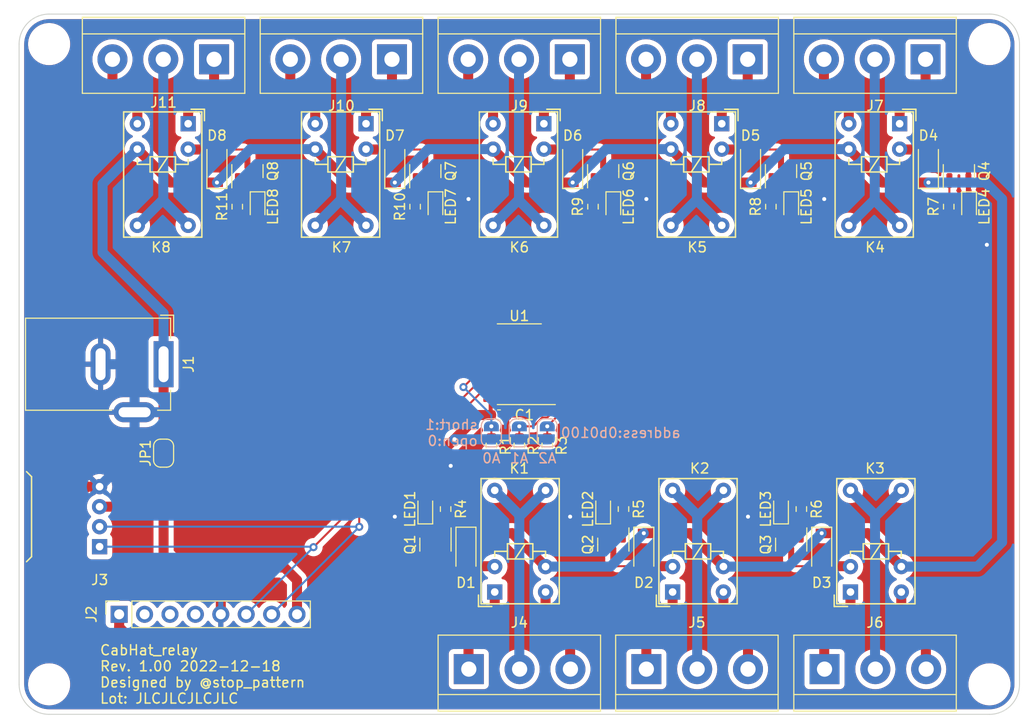
<source format=kicad_pcb>
(kicad_pcb (version 20211014) (generator pcbnew)
  (title_block (title "CabHat_relay") (date "2022-12-18") (rev "1.00") (company "@stop_pattern"))
  (layers (0 "F.Cu" signal) (31 "B.Cu" signal) (34 "B.Paste" user) (35 "F.Paste" user) (36 "B.SilkS" user "B.Silkscreen") (37 "F.SilkS" user "F.Silkscreen") (38 "B.Mask" user) (39 "F.Mask" user) (44 "Edge.Cuts" user))
  (net 0 "")
  (net 1 "+VSW")
  (net 2 "GND")
  (net 3 "+3V3")
  (net 7 "/SCL")
  (net 8 "/SDA")
  (net 9 "+5V")
  (net 10 "/relay00/N.C.")
  (net 11 "/relay00/COM")
  (net 12 "/relay00/N.O.")
  (net 13 "/relay01/N.C.")
  (net 14 "/relay01/COM")
  (net 15 "/relay01/N.O.")
  (net 16 "/relay02/N.C.")
  (net 17 "/relay02/COM")
  (net 18 "/relay02/N.O.")
  (net 19 "/relay03/N.C.")
  (net 20 "/relay03/COM")
  (net 21 "/relay03/N.O.")
  (net 22 "/relay04/N.C.")
  (net 23 "/relay04/COM")
  (net 24 "/relay04/N.O.")
  (net 25 "/relay05/N.C.")
  (net 26 "/relay05/COM")
  (net 27 "/relay05/N.O.")
  (net 28 "/relay06/N.C.")
  (net 29 "/relay06/COM")
  (net 30 "/relay06/N.O.")
  (net 31 "/relay07/N.C.")
  (net 32 "/relay07/COM")
  (net 33 "/relay07/N.O.")
  (net 34 "/A0")
  (net 35 "/A1")
  (net 36 "/A2")
  (net 37 "Net-(D1-Pad2)")
  (net 38 "Net-(D2-Pad2)")
  (net 39 "Net-(D3-Pad2)")
  (net 40 "Net-(D4-Pad2)")
  (net 41 "Net-(D5-Pad2)")
  (net 42 "Net-(D6-Pad2)")
  (net 43 "Net-(D7-Pad2)")
  (net 44 "Net-(D8-Pad2)")
  (net 45 "Net-(LED1-Pad2)")
  (net 46 "Net-(LED2-Pad2)")
  (net 47 "Net-(LED3-Pad2)")
  (net 48 "Net-(LED4-Pad2)")
  (net 49 "Net-(LED5-Pad2)")
  (net 50 "Net-(LED6-Pad2)")
  (net 51 "Net-(LED7-Pad2)")
  (net 52 "Net-(LED8-Pad2)")
  (net 53 "ex.IO0_0")
  (net 54 "ex.IO0_1")
  (net 55 "ex.IO0_2")
  (net 56 "ex.IO0_3")
  (net 57 "ex.IO0_4")
  (net 58 "ex.IO0_5")
  (net 59 "ex.IO0_6")
  (net 60 "ex.IO0_7")
  (net 61 "ex.IO1_1")
  (net 62 "ex.IO1_2")
  (net 63 "ex.IO1_3")
  (net 64 "ex.IO1_0")
  (net 66 "ex.IO1_4")
  (net 67 "ex.IO1_5")
  (net 68 "ex.IO1_6")
  (net 69 "ex.IO1_7")
  (footprint "Library:Relay_SPDT_HsinDa_Y14" (layer "F.Cu") (at 116.8972 60.9589 -90)
    (fp_text reference "K8")
    (fp_text value "Y14x-1C-xxDS")
  )
  (footprint "Library:R_0603_1608Metric" (layer "F.Cu") (at 175.146 69.252 -90)
    (fp_text reference "R8")
    (fp_text value "10k")
  )
  (footprint "Library:Relay_SPDT_HsinDa_Y14" (layer "F.Cu") (at 147.5428 107.7711 90)
    (fp_text reference "K1")
    (fp_text value "Y14x-1C-xxDS")
  )
  (footprint "Library:SOT-23" (layer "F.Cu") (at 140.602 65.696 90)
    (fp_text reference "Q7")
    (fp_text value "Q_NMOS_GSD")
  )
  (footprint "Library:TerminalBlock_akizuki_TB111_P5.08mm" (layer "F.Cu") (at 185.56 54.52 180)
    (fp_text reference "J7")
    (fp_text value "Screw_Terminal_01x03")
  )
  (footprint "MountingHole:MountingHole_3.2mm_M3" (layer "F.Cu") (at 103 117)
    (fp_text reference "REF0" hide)
    (fp_text value "MountingHole_3.2mm_M3" hide)
  )
  (footprint "Library:Grove_1x04_P2mm_Horizontal_silk_inside" (layer "F.Cu") (at 108.042 100.24 180)
    (fp_text reference "J3")
    (fp_text value "Conn_01x04")
  )
  (footprint "Library:Relay_SPDT_HsinDa_Y14" (layer "F.Cu") (at 170.2372 60.9589 -90)
    (fp_text reference "K5")
    (fp_text value "Y14x-1C-xxDS")
  )
  (footprint "Library:Relay_SPDT_HsinDa_Y14" (layer "F.Cu") (at 134.6772 60.9589 -90)
    (fp_text reference "K7")
    (fp_text value "Y14x-1C-xxDS")
  )
  (footprint "Library:TerminalBlock_akizuki_TB111_P5.08mm" (layer "F.Cu") (at 185.56 115.48)
    (fp_text reference "J6")
    (fp_text value "Screw_Terminal_01x03")
  )
  (footprint "Library:SOT-23" (layer "F.Cu") (at 193.942 65.696 90)
    (fp_text reference "Q4")
    (fp_text value "Q_NMOS_GSD")
  )
  (footprint "Library:PinSocket_1x08_P2.54mm_Vertical" (layer "F.Cu") (at 110 110 90)
    (fp_text reference "J2")
    (fp_text value "Conn_01x08")
  )
  (footprint "Library:Relay_SPDT_HsinDa_Y14" (layer "F.Cu") (at 183.1028 107.7711 90)
    (fp_text reference "K3")
    (fp_text value "Y14x-1C-xxDS")
  )
  (footprint "Library:D_SOD-123" (layer "F.Cu") (at 173.114 65.188 90)
    (fp_text reference "D5")
    (fp_text value "D")
  )
  (footprint "Library:SolderJumper-2_P1.3mm_Open_RoundedPad1.0x1.5mm" (layer "F.Cu") (at 114.44 93.89 90)
    (fp_text reference "JP1")
    (fp_text value "SolderJumper_2_Open")
  )
  (footprint "Library:LED_0603_1608Metric" (layer "F.Cu") (at 141.618 69.252 -90)
    (fp_text reference "LED7")
    (fp_text value "LED")
  )
  (footprint "MountingHole:MountingHole_3.2mm_M3" (layer "F.Cu") (at 197 53)
    (fp_text reference "REF2" hide)
    (fp_text value "MountingHole_3.2mm_M3" hide)
  )
  (footprint "Library:D_SOD-123" (layer "F.Cu") (at 155.334 65.188 90)
    (fp_text reference "D6")
    (fp_text value "D")
  )
  (footprint "Library:TerminalBlock_akizuki_TB111_P5.08mm" (layer "F.Cu") (at 114.44 54.52 180)
    (fp_text reference "J11")
    (fp_text value "Screw_Terminal_01x03")
  )
  (footprint "Library:SOT-23" (layer "F.Cu") (at 122.822 65.696 90)
    (fp_text reference "Q8")
    (fp_text value "Q_NMOS_GSD")
  )
  (footprint "MountingHole:MountingHole_3.2mm_M3" (layer "F.Cu") (at 197 117)
    (fp_text reference "REF3" hide)
    (fp_text value "MountingHole_3.2mm_M3" hide)
  )
  (footprint "Library:SOT-23" (layer "F.Cu") (at 158.382 65.696 90)
    (fp_text reference "Q6")
    (fp_text value "Q_NMOS_GSD")
  )
  (footprint "MountingHole:MountingHole_3.2mm_M3" (layer "F.Cu") (at 103 53)
    (fp_text reference "REF1" hide)
    (fp_text value "MountingHole_3.2mm_M3" hide)
  )
  (footprint "Library:D_SOD-123" (layer "F.Cu") (at 162.446 103.542 -90)
    (fp_text reference "D2")
    (fp_text value "D")
  )
  (footprint "Library:R_0603_1608Metric" (layer "F.Cu") (at 160.414 99.478 90)
    (fp_text reference "R5")
    (fp_text value "10k")
  )
  (footprint "Library:R_0603_1608Metric" (layer "F.Cu") (at 178.194 99.478 90)
    (fp_text reference "R6")
    (fp_text value "10k")
  )
  (footprint "Library:D_SOD-123" (layer "F.Cu") (at 190.894 65.188 90)
    (fp_text reference "D4")
    (fp_text value "D")
  )
  (footprint "Library:LED_0603_1608Metric" (layer "F.Cu") (at 140.602 99.478 90)
    (fp_text reference "LED1")
    (fp_text value "LED")
  )
  (footprint "Library:D_SOD-123" (layer "F.Cu") (at 137.554 65.188 90)
    (fp_text reference "D7")
    (fp_text value "D")
  )
  (footprint "Library:R_0603_1608Metric" (layer "F.Cu") (at 142.634 99.478 90)
    (fp_text reference "R4")
    (fp_text value "10k")
  )
  (footprint "Library:BarrelJack_GCT_DCJ200-10-A_Horizontal" (layer "F.Cu") (at 114.44 85 -90)
    (fp_text reference "J1")
    (fp_text value "Barrel_Jack_Switch")
  )
  (footprint "Library:D_SOD-123" (layer "F.Cu") (at 144.666 103.542 -90)
    (fp_text reference "D1")
    (fp_text value "D")
  )
  (footprint "Library:D_SOD-123" (layer "F.Cu") (at 180.226 103.542 -90)
    (fp_text reference "D3")
    (fp_text value "D")
  )
  (footprint "Library:LED_0603_1608Metric" (layer "F.Cu") (at 176.162 99.478 90)
    (fp_text reference "LED3")
    (fp_text value "LED")
  )
  (footprint "Library:SOT-23" (layer "F.Cu") (at 141.618 103.034 -90)
    (fp_text reference "Q1")
    (fp_text value "Q_NMOS_GSD")
  )
  (footprint "Library:LED_0603_1608Metric" (layer "F.Cu") (at 194.958 69.252 -90)
    (fp_text reference "LED4")
    (fp_text value "LED")
  )
  (footprint "Library:TerminalBlock_akizuki_TB111_P5.08mm" (layer "F.Cu") (at 150 115.48)
    (fp_text reference "J4")
    (fp_text value "Screw_Terminal_01x03")
  )
  (footprint "Library:LED_0603_1608Metric" (layer "F.Cu") (at 123.838 69.252 -90)
    (fp_text reference "LED8")
    (fp_text value "LED")
  )
  (footprint "Library:LED_0603_1608Metric" (layer "F.Cu") (at 159.398 69.252 -90)
    (fp_text reference "LED6")
    (fp_text value "LED")
  )
  (footprint "Library:LED_0603_1608Metric" (layer "F.Cu") (at 177.178 69.252 -90)
    (fp_text reference "LED5")
    (fp_text value "LED")
  )
  (footprint "Library:TerminalBlock_akizuki_TB111_P5.08mm" (layer "F.Cu") (at 132.22 54.52 180)
    (fp_text reference "J10")
    (fp_text value "Screw_Terminal_01x03")
  )
  (footprint "Library:SOT-23" (layer "F.Cu") (at 177.178 103.034 -90)
    (fp_text reference "Q3")
    (fp_text value "Q_NMOS_GSD")
  )
  (footprint "Library:R_0603_1608Metric" (layer "F.Cu") (at 147.206 93.128 -90)
    (fp_text reference "R1")
    (fp_text value "10k")
  )
  (footprint "Library:R_0603_1608Metric" (layer "F.Cu") (at 150 93.128 -90)
    (fp_text reference "R2")
    (fp_text value "10k")
  )
  (footprint "Library:LED_0603_1608Metric" (layer "F.Cu") (at 158.382 99.478 90)
    (fp_text reference "LED2")
    (fp_text value "LED")
  )
  (footprint "Library:Relay_SPDT_HsinDa_Y14" (layer "F.Cu") (at 188.0172 60.9589 -90)
    (fp_text reference "K4")
    (fp_text value "Y14x-1C-xxDS")
  )
  (footprint "Library:TerminalBlock_akizuki_TB111_P5.08mm" (layer "F.Cu") (at 167.75 115.48)
    (fp_text reference "J5")
    (fp_text value "Screw_Terminal_01x03")
  )
  (footprint "Library:R_0603_1608Metric" (layer "F.Cu") (at 139.586 69.252 -90)
    (fp_text reference "R10")
    (fp_text value "10k")
  )
  (footprint "Library:TSSOP-24_4.4x7.8mm_P0.65mm" (layer "F.Cu") (at 150 85 180)
    (fp_text reference "U1")
    (fp_text value "PCA9555PW")
  )
  (footprint "Library:SOT-23" (layer "F.Cu") (at 176.162 65.696 90)
    (fp_text reference "Q5")
    (fp_text value "Q_NMOS_GSD")
  )
  (footprint "Library:D_SOD-123" (layer "F.Cu") (at 119.774 65.188 90)
    (fp_text reference "D8")
    (fp_text value "D")
  )
  (footprint "Library:R_0603_1608Metric" (layer "F.Cu") (at 192.926 69.252 -90)
    (fp_text reference "R7")
    (fp_text value "10k")
  )
  (footprint "Library:TerminalBlock_akizuki_TB111_P5.08mm" (layer "F.Cu") (at 167.78 54.52 180)
    (fp_text reference "J8")
    (fp_text value "Screw_Terminal_01x03")
  )
  (footprint "Library:R_0603_1608Metric" (layer "F.Cu") (at 121.806 69.252 -90)
    (fp_text reference "R11")
    (fp_text value "10k")
  )
  (footprint "Library:SOT-23" (layer "F.Cu") (at 159.398 103.034 -90)
    (fp_text reference "Q2")
    (fp_text value "Q_NMOS_GSD")
  )
  (footprint "Library:R_0603_1608Metric" (layer "F.Cu") (at 152.794 93.128 -90)
    (fp_text reference "R3")
    (fp_text value "10k")
  )
  (footprint "Library:R_0603_1608Metric" (layer "F.Cu") (at 157.366 69.252 -90)
    (fp_text reference "R9")
    (fp_text value "10k")
  )
  (footprint "Library:C_0603_1608Metric" (layer "F.Cu") (at 147.968 90.08)
    (fp_text reference "C1")
    (fp_text value "100n")
  )
  (footprint "Library:TerminalBlock_akizuki_TB111_P5.08mm" (layer "F.Cu") (at 150 54.52 180)
    (fp_text reference "J9")
    (fp_text value "Screw_Terminal_01x03")
  )
  (footprint "Library:Relay_SPDT_HsinDa_Y14" (layer "F.Cu") (at 165.3228 107.7711 90)
    (fp_text reference "K2")
    (fp_text value "Y14x-1C-xxDS")
  )
  (footprint "Library:Relay_SPDT_HsinDa_Y14" (layer "F.Cu") (at 152.4572 60.9589 -90)
    (fp_text reference "K6")
    (fp_text value "Y14x-1C-xxDS")
  )
  (footprint "Library:SolderJumper-2_P1.3mm_Open_RoundedPad1.0x1.5mm" (layer "B.Cu") (at 152.794 91.858 -90)
    (fp_text reference "JP4" hide)
    (fp_text value "SolderJumper_2_Open" hide)
  )
  (footprint "Library:SolderJumper-2_P1.3mm_Open_RoundedPad1.0x1.5mm" (layer "B.Cu") (at 147.206 91.858 -90)
    (fp_text reference "JP2" hide)
    (fp_text value "SolderJumper_2_Open" hide)
  )
  (footprint "Library:SolderJumper-2_P1.3mm_Open_RoundedPad1.0x1.5mm" (layer "B.Cu") (at 150 91.858 -90)
    (fp_text reference "JP3" hide)
    (fp_text value "SolderJumper_2_Open" hide)
  )
  (gr_arc locked (start 200 117) (mid 199.12132 119.12132) (end 197 120) (layer "Edge.Cuts") (width 0.1))
  (gr_arc locked (start 100 53) (mid 100.87868 50.87868) (end 103 50) (layer "Edge.Cuts") (width 0.1))
  (gr_line locked (start 103 120) (end 197 120) (layer "Edge.Cuts") (width 0.1))
  (gr_line locked (start 197 50) (end 103 50) (layer "Edge.Cuts") (width 0.1))
  (gr_arc locked (start 103 120) (mid 100.87868 119.12132) (end 100 117) (layer "Edge.Cuts") (width 0.1))
  (gr_line locked (start 200 117) (end 200 53) (layer "Edge.Cuts") (width 0.1))
  (gr_line locked (start 100 53) (end 100 117) (layer "Edge.Cuts") (width 0.1))
  (gr_arc locked (start 197 50) (mid 199.12132 50.87868) (end 200 53) (layer "Edge.Cuts") (width 0.1))
  (gr_text "A2" (at 152.794 94.398) (layer "B.SilkS") (effects (font (size 1 1)) (justify mirror)))
  (gr_text "address:0b0100" (at 154.064 91.858) (layer "B.SilkS") (effects (font (size 1 1)) (justify right mirror)))
  (gr_text "short:1\nopen:0" (at 145.936 91.858) (layer "B.SilkS") (effects (font (size 1 1)) (justify left mirror)))
  (gr_text "A1" (at 150 94.398) (layer "B.SilkS") (effects (font (size 1 1)) (justify mirror)))
  (gr_text "A0" (at 147.206 94.398) (layer "B.SilkS") (effects (font (size 1 1)) (justify mirror)))
  (gr_text "${TITLE}\nRev. ${REVISION} ${ISSUE_DATE}\nDesigned by ${COMPANY}\nLot: JLCJLCJLCJLC" (at 108 116) (layer "F.SilkS") (effects (font (size 1 1)) (justify left)))
  (segment (start 119.774 66.838) (end 115.1563 66.838) (width 1) (layer "F.Cu") (net 1))
  (segment (start 149.2837 101.892) (end 152.6228 105.2311) (width 1) (layer "F.Cu") (net 1))
  (segment (start 115.1563 66.838) (end 111.8172 63.4989) (width 1) (layer "F.Cu") (net 1))
  (segment (start 173.114 66.838) (end 168.4963 66.838) (width 1) (layer "F.Cu") (net 1))
  (segment (start 168.4963 66.838) (end 165.1572 63.4989) (width 1) (layer "F.Cu") (net 1))
  (segment (start 184.8437 101.892) (end 188.1828 105.2311) (width 1) (layer "F.Cu") (net 1))
  (segment (start 186.2763 66.838) (end 182.9372 63.4989) (width 1) (layer "F.Cu") (net 1))
  (segment (start 150.7163 66.838) (end 155.334 66.838) (width 1) (layer "F.Cu") (net 1))
  (segment (start 131.62615 65.52785) (end 129.5972 63.4989) (width 1) (layer "F.Cu") (net 1))
  (segment (start 132.9363 66.838) (end 131.62615 65.52785) (width 1) (layer "F.Cu") (net 1))
  (segment (start 147.3772 63.4989) (end 150.7163 66.838) (width 1) (layer "F.Cu") (net 1))
  (segment (start 167.0637 101.892) (end 162.446 101.892) (width 1) (layer "F.Cu") (net 1))
  (segment (start 137.554 66.838) (end 132.9363 66.838) (width 1) (layer "F.Cu") (net 1))
  (segment (start 170.4028 105.2311) (end 167.0637 101.892) (width 1) (layer "F.Cu") (net 1))
  (segment (start 190.894 66.838) (end 186.2763 66.838) (width 1) (layer "F.Cu") (net 1))
  (segment (start 144.666 101.892) (end 149.2837 101.892) (width 1) (layer "F.Cu") (net 1))
  (segment (start 114.44 93.24) (end 114.44 85) (width 1) (layer "F.Cu") (net 1))
  (segment (start 180.226 101.892) (end 184.8437 101.892) (width 1) (layer "F.Cu") (net 1))
  (via (at 180.226 101.892) (size 0.8) (drill 0.4) (layers "F.Cu" "B.Cu") (net 1))
  (via (at 137.554 66.838) (size 0.8) (drill 0.4) (layers "F.Cu" "B.Cu") (net 1))
  (via (at 162.446 101.892) (size 0.8) (drill 0.4) (layers "F.Cu" "B.Cu") (net 1))
  (via (at 190.894 66.838) (size 0.8) (drill 0.4) (layers "F.Cu" "B.Cu") (net 1))
  (via (at 155.334 66.838) (size 0.8) (drill 0.4) (layers "F.Cu" "B.Cu") (net 1))
  (via (at 173.114 66.838) (size 0.8) (drill 0.4) (layers "F.Cu" "B.Cu") (net 1))
  (via (at 119.774 66.838) (size 0.8) (drill 0.4) (layers "F.Cu" "B.Cu") (net 1))
  (segment (start 129.5972 63.4989) (end 123.1131 63.4989) (width 1) (layer "B.Cu") (net 1))
  (segment (start 158.6731 63.4989) (end 155.334 66.838) (width 1) (layer "B.Cu") (net 1))
  (segment (start 198.26 102.78) (end 198.26 68.49) (width 1) (layer "B.Cu") (net 1))
  (segment (start 195.8089 105.2311) (end 198.26 102.78) (width 1) (layer "B.Cu") (net 1))
  (segment (start 147.3772 63.4989) (end 140.8931 63.4989) (width 1) (layer "B.Cu") (net 1))
  (segment (start 123.1131 63.4989) (end 119.774 66.838) (width 1) (layer "B.Cu") (net 1))
  (segment (start 176.8869 105.2311) (end 180.226 101.892) (width 1) (layer "B.Cu") (net 1))
  (segment (start 114.44 79.92) (end 114.44 85) (width 1) (layer "B.Cu") (net 1))
  (segment (start 170.4028 105.2311) (end 176.8869 105.2311) (width 1) (layer "B.Cu") (net 1))
  (segment (start 108.344 66.9721) (end 108.344 73.824) (width 1) (layer "B.Cu") (net 1))
  (segment (start 198.26 68.49) (end 196.608 66.838) (width 1) (layer "B.Cu") (net 1))
  (segment (start 152.6228 105.2311) (end 159.1069 105.2311) (width 1) (layer "B.Cu") (net 1))
  (segment (start 111.8172 63.4989) (end 108.344 66.9721) (width 1) (layer "B.Cu") (net 1))
  (segment (start 159.1069 105.2311) (end 162.446 101.892) (width 1) (layer "B.Cu") (net 1))
  (segment (start 196.608 66.838) (end 190.894 66.838) (width 1) (layer "B.Cu") (net 1))
  (segment (start 188.1828 105.2311) (end 195.8089 105.2311) (width 1) (layer "B.Cu") (net 1))
  (segment (start 182.9372 63.4989) (end 176.4531 63.4989) (width 1) (layer "B.Cu") (net 1))
  (segment (start 108.344 73.824) (end 114.44 79.92) (width 1) (layer "B.Cu") (net 1))
  (segment (start 140.8931 63.4989) (end 137.554 66.838) (width 1) (layer "B.Cu") (net 1))
  (segment (start 165.1572 63.4989) (end 158.6731 63.4989) (width 1) (layer "B.Cu") (net 1))
  (segment (start 176.4531 63.4989) (end 173.114 66.838) (width 1) (layer "B.Cu") (net 1))
  (segment (start 162.6745 68.4645) (end 162.7 68.49) (width 1) (layer "F.Cu") (net 2))
  (segment (start 159.332 68.3985) (end 159.398 68.4645) (width 0.2) (layer "F.Cu") (net 2))
  (segment (start 152.794 93.953) (end 150 93.953) (width 0.2) (layer "F.Cu") (net 2))
  (segment (start 194.892 66.6335) (end 194.892 68.3985) (width 0.2) (layer "F.Cu") (net 2))
  (segment (start 150 93.953) (end 148.159 93.953) (width 0.2) (layer "F.Cu") (net 2))
  (segment (start 148.743 93.369) (end 148.159 93.953) (width 0.2) (layer "F.Cu") (net 2))
  (segment (start 148.743 90.08) (end 148.743 93.369) (width 0.2) (layer "F.Cu") (net 2))
  (segment (start 141.618 68.4645) (end 144.8945 68.4645) (width 1) (layer "F.Cu") (net 2))
  (segment (start 140.668 100.3315) (end 140.602 100.2655) (width 0.2) (layer "F.Cu") (net 2))
  (segment (start 176.162 100.2655) (end 172.8855 100.2655) (width 1) (layer "F.Cu") (net 2))
  (segment (start 106.82 106.59) (end 105.55 105.32) (width 1) (layer "F.Cu") (net 2))
  (segment (start 105.55 105.32) (end 105.55 98.462) (width 1) (layer "F.Cu") (net 2))
  (segment (start 196.2025 68.4645) (end 194.958 68.4645) (width 1) (layer "F.Cu") (net 2))
  (segment (start 177.112 68.3985) (end 177.178 68.4645) (width 0.2) (layer "F.Cu") (net 2))
  (segment (start 143.142 95.16) (end 144.349 93.953) (width 0.2) (layer "F.Cu") (net 2))
  (segment (start 194.892 68.3985) (end 194.958 68.4645) (width 0.2) (layer "F.Cu") (net 2))
  (segment (start 155.1055 100.2655) (end 155.08 100.24) (width 1) (layer "F.Cu") (net 2))
  (segment (start 176.228 100.3315) (end 176.162 100.2655) (width 0.2) (layer "F.Cu") (net 2))
  (segment (start 148.159 93.953) (end 147.206 93.953) (width 0.2) (layer "F.Cu") (net 2))
  (segment (start 105.55 98.462) (end 106.772 97.24) (width 1) (layer "F.Cu") (net 2))
  (segment (start 158.382 100.2655) (end 155.1055 100.2655) (width 1) (layer "F.Cu") (net 2))
  (segment (start 196.736 68.998) (end 196.2025 68.4645) (width 1) (layer "F.Cu") (net 2))
  (segment (start 141.552 67.8905) (end 141.618 67.9565) (width 0.2) (layer "F.Cu") (net 2))
  (segment (start 176.228 102.0965) (end 176.228 100.3315) (width 0.2) (layer "F.Cu") (net 2))
  (segment (start 144.349 93.953) (end 147.206 93.953) (width 0.2) (layer "F.Cu") (net 2))
  (segment (start 123.772 68.3985) (end 123.838 68.4645) (width 0.2) (layer "F.Cu") (net 2))
  (segment (start 120.16 108.5) (end 118.25 106.59) (width 1) (layer "F.Cu") (net 2))
  (segment (start 123.772 66.6335) (end 123.772 68.3985) (width 0.2) (layer "F.Cu") (net 2))
  (segment (start 120.16 110) (end 120.16 108.5) (width 1) (layer "F.Cu") (net 2))
  (segment (start 141.552 66.1255) (end 141.552 67.8905) (width 0.2) (layer "F.Cu") (net 2))
  (segment (start 159.332 66.6335) (end 159.332 68.3985) (width 0.2) (layer "F.Cu") (net 2))
  (segment (start 177.178 68.4645) (end 180.4545 68.4645) (width 1) (layer "F.Cu") (net 2))
  (segment (start 196.736 73.062) (end 196.736 68.998) (width 1) (layer "F.Cu") (net 2))
  (segment (start 159.398 68.4645) (end 162.6745 68.4645) (width 1) (layer "F.Cu") (net 2))
  (segment (start 140.668 102.0965) (end 140.668 100.3315) (width 0.2) (layer "F.Cu") (net 2))
  (segment (start 158.448 102.0965) (end 158.448 100.3315) (width 0.2) (layer "F.Cu") (net 2))
  (segment (start 177.112 66.6335) (end 177.112 68.3985) (width 0.2) (layer "F.Cu") (net 2))
  (segment (start 118.25 106.59) (end 106.82 106.59) (width 1) (layer "F.Cu") (net 2))
  (segment (start 106.772 97.24) (end 108.042 97.24) (width 1) (layer "F.Cu") (net 2))
  (segment (start 140.5765 100.24) (end 140.602 100.2655) (width 1) (layer "F.Cu") (net 2))
  (segment (start 180.4545 68.4645) (end 180.48 68.49) (width 1) (layer "F.Cu") (net 2))
  (segment (start 172.8855 100.2655) (end 172.86 100.24) (width 1) (layer "F.Cu") (net 2))
  (segment (start 137.554 100.24) (end 140.5765 100.24) (width 1) (layer "F.Cu") (net 2))
  (segment (start 158.448 100.3315) (end 158.382 100.2655) (width 0.2) (layer "F.Cu") (net 2))
  (segment (start 144.8945 68.4645) (end 144.92 68.49) (width 1) (layer "F.Cu") (net 2))
  (via (at 137.554 100.24) (size 0.8) (drill 0.4) (layers "F.Cu" "B.Cu") (net 2))
  (via (at 155.08 100.24) (size 0.8) (drill 0.4) (layers "F.Cu" "B.Cu") (net 2))
  (via (at 143.142 95.16) (size 0.8) (drill 0.4) (layers "F.Cu" "B.Cu") (net 2))
  (via (at 196.736 73.062) (size 0.8) (drill 0.4) (layers "F.Cu" "B.Cu") (net 2))
  (via (at 172.86 100.24) (size 0.8) (drill 0.4) (layers "F.Cu" "B.Cu") (net 2))
  (via (at 180.48 68.49) (size 0.8) (drill 0.4) (layers "F.Cu" "B.Cu") (net 2))
  (via (at 162.7 68.49) (size 0.8) (drill 0.4) (layers "F.Cu" "B.Cu") (net 2))
  (via (at 144.92 68.49) (size 0.8) (drill 0.4) (layers "F.Cu" "B.Cu") (net 2))
  (segment (start 144.92 68.49) (end 144.92 73.316) (width 1) (layer "B.Cu") (net 2))
  (segment (start 180.48 68.49) (end 180.48 80.428) (width 1) (layer "B.Cu") (net 2))
  (segment (start 183.274 93.636) (end 196.736 80.174) (width 1) (layer "B.Cu") (net 2))
  (segment (start 144.92 73.316) (end 146.698 75.094) (width 1) (layer "B.Cu") (net 2))
  (segment (start 177.432 75.094) (end 180.48 78.142) (width 1) (layer "B.Cu") (net 2))
  (segment (start 172.86 96.43) (end 171.59 95.16) (width 1) (layer "B.Cu") (net 2))
  (segment (start 155.08 96.684) (end 153.556 95.16) (width 1) (layer "B.Cu") (net 2))
  (segment (start 177.94 95.16) (end 181.75 95.16) (width 1) (layer "B.Cu") (net 2))
  (segment (start 162.7 68.49) (end 162.7 73.316) (width 1) (layer "B.Cu") (net 2))
  (segment (start 111.54 86.672) (end 111.54 89.8) (width 1) (layer "B.Cu") (net 2))
  (segment (start 125.642 89.8) (end 127.114 89.8) (width 1) (layer "B.Cu") (net 2))
  (segment (start 111.54 89.8) (end 111.54 93.742) (width 1) (layer "B.Cu") (net 2))
  (segment (start 162.7 73.316) (end 164.478 75.094) (width 1) (layer "B.Cu") (net 2))
  (segment (start 171.59 95.16) (end 177.94 95.16) (width 1) (layer "B.Cu") (net 2))
  (segment (start 125.642 89.8) (end 137.782 89.8) (width 1) (layer "B.Cu") (net 2))
  (segment (start 153.556 95.16) (end 171.59 95.16) (width 1) (layer "B.Cu") (net 2))
  (segment (start 111.54 93.742) (end 108.042 97.24) (width 1) (layer "B.Cu") (net 2))
  (segment (start 155.08 100.24) (end 155.08 96.684) (width 1) (layer "B.Cu") (net 2))
  (segment (start 172.86 100.24) (end 172.86 96.43) (width 1) (layer "B.Cu") (net 2))
  (segment (start 181.75 95.16) (end 183.274 93.636) (width 1) (layer "B.Cu") (net 2))
  (segment (start 146.698 75.094) (end 165.494 75.094) (width 1) (layer "B.Cu") (net 2))
  (segment (start 165.494 75.094) (end 177.432 75.094) (width 1) (layer "B.Cu") (net 2))
  (segment (start 109.868 85) (end 111.54 86.672) (width 1) (layer "B.Cu") (net 2))
  (segment (start 180.48 92.62) (end 177.94 95.16) (width 1) (layer "B.Cu") (net 2))
  (segment (start 164.478 75.094) (end 165.494 75.094) (width 1) (layer "B.Cu") (net 2))
  (segment (start 108.14 85) (end 109.868 85) (width 1) (layer "B.Cu") (net 2))
  (segment (start 180.48 80.428) (end 180.48 92.62) (width 1) (layer "B.Cu") (net 2))
  (segment (start 196.736 80.174) (end 196.736 73.062) (width 1) (layer "B.Cu") (net 2))
  (segment (start 111.54 89.8) (end 125.642 89.8) (width 1) (layer "B.Cu") (net 2))
  (segment (start 143.142 95.16) (end 153.556 95.16) (width 1) (layer "B.Cu") (net 2))
  (segment (start 127.114 89.8) (end 137.554 100.24) (width 1) (layer "B.Cu") (net 2))
  (segment (start 137.782 89.8) (end 143.142 95.16) (width 1) (layer "B.Cu") (net 2))
  (segment (start 180.48 78.142) (end 180.48 80.428) (width 1) (layer "B.Cu") (net 2))
  (segment (start 110 110) (end 110 111.294) (width 1) (layer "F.Cu") (net 3))
  (segment (start 147.1375 88.575) (end 147.1375 90.0245) (width 0.4) (layer "F.Cu") (net 3))
  (segment (start 110 111.294) (end 113.932 115.226) (width 1) (layer "F.Cu") (net 3))
  (segment (start 128.918 115.226) (end 136.03 108.114) (width 1) (layer "F.Cu") (net 3))
  (segment (start 143.523 92.493) (end 145.936 90.08) (width 1) (layer "F.Cu") (net 3))
  (segment (start 113.932 115.226) (end 128.918 115.226) (width 1) (layer "F.Cu") (net 3))
  (segment (start 147.1375 90.0245) (end 147.193 90.08) (width 0.4) (layer "F.Cu") (net 3))
  (segment (start 145.936 90.08) (end 147.193 90.08) (width 1) (layer "F.Cu") (net 3))
  (segment (start 136.03 108.114) (end 136.03 99.986) (width 1) (layer "F.Cu") (net 3))
  (segment (start 136.03 99.986) (end 143.523 92.493) (width 1) (layer "F.Cu") (net 3))
  (via (at 143.523 92.493) (size 0.8) (drill 0.4) (layers "F.Cu" "B.Cu") (net 3))
  (segment (start 150 92.508) (end 147.206 92.508) (width 1) (layer "B.Cu") (net 3))
  (segment (start 143.538 92.508) (end 143.523 92.493) (width 1) (layer "B.Cu") (net 3))
  (segment (start 147.206 92.508) (end 143.538 92.508) (width 1) (layer "B.Cu") (net 3))
  (segment (start 152.794 92.508) (end 150 92.508) (width 1) (layer "B.Cu") (net 3))
  (segment (start 129.426 103.288) (end 145.439 87.275) (width 0.2) (layer "F.Cu") (net 7))
  (segment (start 145.439 87.275) (end 147.1375 87.275) (width 0.2) (layer "F.Cu") (net 7))
  (via (at 129.426 103.288) (size 0.8) (drill 0.4) (layers "F.Cu" "B.Cu") (net 7))
  (segment (start 129.426 103.288) (end 129.378 103.24) (width 0.2) (layer "B.Cu") (net 7))
  (segment (start 129.378 103.24) (end 108.042 103.24) (width 0.2) (layer "B.Cu") (net 7))
  (segment (start 129.426 103.288) (end 122.714 110) (width 0.2) (layer "B.Cu") (net 7))
  (segment (start 122.714 110) (end 122.7 110) (width 0.2) (layer "B.Cu") (net 7))
  (segment (start 133.998 101.256) (end 133.998 99.986) (width 0.2) (layer "F.Cu") (net 8))
  (segment (start 146.059 87.925) (end 147.1375 87.925) (width 0.2) (layer "F.Cu") (net 8))
  (segment (start 133.998 99.986) (end 146.059 87.925) (width 0.2) (layer "F.Cu") (net 8))
  (via (at 133.998 101.256) (size 0.8) (drill 0.4) (layers "F.Cu" "B.Cu") (net 8))
  (segment (start 125.254 110) (end 133.998 101.256) (width 0.2) (layer "B.Cu") (net 8))
  (segment (start 133.998 101.256) (end 133.982 101.24) (width 0.2) (layer "B.Cu") (net 8))
  (segment (start 125.24 110) (end 125.254 110) (width 0.2) (layer "B.Cu") (net 8))
  (segment (start 133.982 101.24) (end 108.042 101.24) (width 0.2) (layer "B.Cu") (net 8))
  (segment (start 112.9 99.24) (end 114.44 97.7) (width 1) (layer "F.Cu") (net 9))
  (segment (start 127.78 110) (end 127.78 106.59) (width 1) (layer "F.Cu") (net 9))
  (segment (start 108.042 99.24) (end 112.9 99.24) (width 1) (layer "F.Cu") (net 9))
  (segment (start 114.44 97.7) (end 114.44 94.54) (width 1) (layer "F.Cu") (net 9))
  (segment (start 127.78 106.59) (end 126.51 105.32) (width 1) (layer "F.Cu") (net 9))
  (segment (start 126.51 105.32) (end 115.71 105.32) (width 1) (layer "F.Cu") (net 9))
  (segment (start 115.71 105.32) (end 114.44 104.05) (width 1) (layer "F.Cu") (net 9))
  (segment (start 114.44 104.05) (end 114.44 97.7) (width 1) (layer "F.Cu") (net 9))
  (segment (start 152.6228 110.4828) (end 155.08 112.94) (width 1) (layer "F.Cu") (net 10))
  (segment (start 155.08 112.94) (end 155.08 115.48) (width 1) (layer "F.Cu") (net 10))
  (segment (start 152.6228 107.7711) (end 152.6228 110.4828) (width 1) (layer "F.Cu") (net 10))
  (segment (start 152.6228 97.6111) (end 150 100.2339) (width 1) (layer "B.Cu") (net 11))
  (segment (start 150 100.0683) (end 150 100.2339) (width 1) (layer "B.Cu") (net 11))
  (segment (start 150 100.2339) (end 150 115.48) (width 1) (layer "B.Cu") (net 11))
  (segment (start 147.5428 97.6111) (end 150 100.0683) (width 1) (layer "B.Cu") (net 11))
  (segment (start 147.5428 107.7711) (end 147.5428 110.3172) (width 1) (layer "F.Cu") (net 12))
  (segment (start 144.92 112.94) (end 144.92 115.48) (width 1) (layer "F.Cu") (net 12))
  (segment (start 147.5428 110.3172) (end 144.92 112.94) (width 1) (layer "F.Cu") (net 12))
  (segment (start 170.4028 107.7711) (end 170.4028 110.4828) (width 1) (layer "F.Cu") (net 13))
  (segment (start 172.86 112.94) (end 172.86 115.48) (width 1) (layer "F.Cu") (net 13))
  (segment (start 170.4028 110.4828) (end 172.86 112.94) (width 1) (layer "F.Cu") (net 13))
  (segment (start 167.78 100.2339) (end 167.78 115.48) (width 1) (layer "B.Cu") (net 14))
  (segment (start 170.4028 97.6111) (end 167.78 100.2339) (width 1) (layer "B.Cu") (net 14))
  (segment (start 167.78 100.0683) (end 167.78 100.2339) (width 1) (layer "B.Cu") (net 14))
  (segment (start 165.3228 97.6111) (end 167.78 100.0683) (width 1) (layer "B.Cu") (net 14))
  (segment (start 165.3228 110.3172) (end 165.3228 107.7711) (width 1) (layer "F.Cu") (net 15))
  (segment (start 162.7 112.94) (end 165.3228 110.3172) (width 1) (layer "F.Cu") (net 15))
  (segment (start 162.7 115.48) (end 162.7 112.94) (width 1) (layer "F.Cu") (net 15))
  (segment (start 188.1828 110.4828) (end 188.1828 107.7711) (width 1) (layer "F.Cu") (net 16))
  (segment (start 190.64 112.94) (end 188.1828 110.4828) (width 1) (layer "F.Cu") (net 16))
  (segment (start 190.64 115.48) (end 190.64 112.94) (width 1) (layer "F.Cu") (net 16))
  (segment (start 188.1828 97.6111) (end 185.56 100.2339) (width 1) (layer "B.Cu") (net 17))
  (segment (start 185.56 100.2339) (end 185.56 100.24) (width 1) (layer "B.Cu") (net 17))
  (segment (start 185.56 100.24) (end 185.56 115.48) (width 1) (layer "B.Cu") (net 17))
  (segment (start 185.56 100.0683) (end 185.56 100.24) (width 1) (layer "B.Cu") (net 17))
  (segment (start 183.1028 97.6111) (end 185.56 100.0683) (width 1) (layer "B.Cu") (net 17))
  (segment (start 183.1028 107.7711) (end 183.1028 110.3172) (width 1) (layer "F.Cu") (net 18))
  (segment (start 180.48 112.94) (end 180.48 115.48) (width 1) (layer "F.Cu") (net 18))
  (segment (start 183.1028 110.3172) (end 180.48 112.94) (width 1) (layer "F.Cu") (net 18))
  (segment (start 180.45 57.03) (end 182.9372 59.5172) (width 1) (layer "F.Cu") (net 19))
  (segment (start 182.9372 59.5172) (end 182.9372 60.9589) (width 1) (layer "F.Cu") (net 19))
  (segment (start 180.45 54.52) (end 180.45 57.03) (width 1) (layer "F.Cu") (net 19))
  (segment (start 185.53 68.6317) (end 185.53 68.5261) (width 1) (layer "B.Cu") (net 20))
  (segment (start 188.0172 71.1189) (end 185.53 68.6317) (width 1) (layer "B.Cu") (net 20))
  (segment (start 185.53 68.5261) (end 182.9372 71.1189) (width 1) (layer "B.Cu") (net 20))
  (segment (start 185.53 54.52) (end 185.53 68.5261) (width 1) (layer "B.Cu") (net 20))
  (segment (start 188.0172 59.6828) (end 190.61 57.09) (width 1) (layer "F.Cu") (net 21))
  (segment (start 188.0172 60.9589) (end 188.0172 59.6828) (width 1) (layer "F.Cu") (net 21))
  (segment (start 190.61 57.09) (end 190.61 54.52) (width 1) (layer "F.Cu") (net 21))
  (segment (start 165.1572 60.9589) (end 165.1572 59.5172) (width 1) (layer "F.Cu") (net 22))
  (segment (start 162.67 57.03) (end 162.67 54.52) (width 1) (layer "F.Cu") (net 22))
  (segment (start 165.1572 59.5172) (end 162.67 57.03) (width 1) (layer "F.Cu") (net 22))
  (segment (start 165.1572 71.1189) (end 167.6444 68.6317) (width 1) (layer "B.Cu") (net 23))
  (segment (start 167.6444 68.6317) (end 167.75 68.6317) (width 1) (layer "B.Cu") (net 23))
  (segment (start 167.75 68.6317) (end 167.75 54.52) (width 1) (layer "B.Cu") (net 23))
  (segment (start 170.2372 71.1189) (end 167.75 68.6317) (width 1) (layer "B.Cu") (net 23))
  (segment (start 172.83 54.52) (end 172.83 57.09) (width 1) (layer "F.Cu") (net 24))
  (segment (start 172.83 57.09) (end 170.2372 59.6828) (width 1) (layer "F.Cu") (net 24))
  (segment (start 170.2372 59.6828) (end 170.2372 60.9589) (width 1) (layer "F.Cu") (net 24))
  (segment (start 147.3772 60.9589) (end 147.3772 59.5172) (width 1) (layer "F.Cu") (net 25))
  (segment (start 144.89 57.03) (end 144.89 54.52) (width 1) (layer "F.Cu") (net 25))
  (segment (start 147.3772 59.5172) (end 144.89 57.03) (width 1) (layer "F.Cu") (net 25))
  (segment (start 149.97 68.6317) (end 149.97 54.52) (width 1) (layer "B.Cu") (net 26))
  (segment (start 147.3772 71.1189) (end 149.8644 68.6317) (width 1) (layer "B.Cu") (net 26))
  (segment (start 149.8644 68.6317) (end 149.97 68.6317) (width 1) (layer "B.Cu") (net 26))
  (segment (start 152.4572 71.1189) (end 149.97 68.6317) (width 1) (layer "B.Cu") (net 26))
  (segment (start 155.05 54.52) (end 155.05 57.09) (width 1) (layer "F.Cu") (net 27))
  (segment (start 152.4572 59.6828) (end 152.4572 60.9589) (width 1) (layer "F.Cu") (net 27))
  (segment (start 155.05 57.09) (end 152.4572 59.6828) (width 1) (layer "F.Cu") (net 27))
  (segment (start 129.5972 59.5172) (end 127.11 57.03) (width 1) (layer "F.Cu") (net 28))
  (segment (start 127.11 57.03) (end 127.11 54.52) (width 1) (layer "F.Cu") (net 28))
  (segment (start 129.5972 60.9589) (end 129.5972 59.5172) (width 1) (layer "F.Cu") (net 28))
  (segment (start 134.6772 71.1189) (end 132.19 68.6317) (width 1) (layer "B.Cu") (net 29))
  (segment (start 132.0844 68.6317) (end 132.19 68.6317) (width 1) (layer "B.Cu") (net 29))
  (segment (start 129.5972 71.1189) (end 132.0844 68.6317) (width 1) (layer "B.Cu") (net 29))
  (segment (start 132.19 68.6317) (end 132.19 54.52) (width 1) (layer "B.Cu") (net 29))
  (segment (start 134.6772 59.6828) (end 134.6772 60.9589) (width 1) (layer "F.Cu") (net 30))
  (segment (start 137.27 57.09) (end 134.6772 59.6828) (width 1) (layer "F.Cu") (net 30))
  (segment (start 137.27 54.52) (end 137.27 57.09) (width 1) (layer "F.Cu") (net 30))
  (segment (start 111.8172 60.9589) (end 111.8172 59.5172) (width 1) (layer "F.Cu") (net 31))
  (segment (start 111.8172 59.5172) (end 109.33 57.03) (width 1) (layer "F.Cu") (net 31))
  (segment (start 109.33 57.03) (end 109.33 54.52) (width 1) (layer "F.Cu") (net 31))
  (segment (start 116.8972 71.1189) (end 114.41 68.6317) (width 1) (layer "B.Cu") (net 32))
  (segment (start 114.41 68.6317) (end 114.41 54.52) (width 1) (layer "B.Cu") (net 32))
  (segment (start 111.8172 71.1189) (end 114.3044 68.6317) (width 1) (layer "B.Cu") (net 32))
  (segment (start 114.3044 68.6317) (end 114.41 68.6317) (width 1) (layer "B.Cu") (net 32))
  (segment (start 119.49 57.09) (end 119.49 54.52) (width 1) (layer "F.Cu") (net 33))
  (segment (start 116.8972 59.6828) (end 119.49 57.09) (width 1) (layer "F.Cu") (net 33))
  (segment (start 116.8972 60.9589) (end 116.8972 59.6828) (width 1) (layer "F.Cu") (net 33))
  (segment (start 145.073 86.625) (end 144.412 87.286) (width 0.2) (layer "F.Cu") (net 34))
  (segment (start 147.206 92.303) (end 147.206 91.208) (width 0.2) (layer "F.Cu") (net 34))
  (segment (start 147.1375 86.625) (end 145.073 86.625) (width 0.2) (layer "F.Cu") (net 34))
  (via (at 144.412 87.286) (size 0.8) (drill 0.4) (layers "F.Cu" "B.Cu") (net 34))
  (via (at 147.206 91.208) (size 0.8) (drill 0.4) (layers "F.Cu" "B.Cu") (net 34))
  (segment (start 147.206 90.08) (end 147.206 91.208) (width 0.2) (layer "B.Cu") (net 34))
  (segment (start 144.412 87.286) (end 147.206 90.08) (width 0.2) (layer "B.Cu") (net 34))
  (segment (start 154.318 88.302) (end 154.318 88.81) (width 0.2) (layer "F.Cu") (net 35))
  (segment (start 154.318 88.81) (end 152.794 90.334) (width 0.2) (layer "F.Cu") (net 35))
  (segment (start 152.8625 87.925) (end 153.941 87.925) (width 0.2) (layer "F.Cu") (net 35))
  (segment (start 153.941 87.925) (end 154.318 88.302) (width 0.2) (layer "F.Cu") (net 35))
  (segment (start 152.794 90.334) (end 152.286 90.334) (width 0.2) (layer "F.Cu") (net 35))
  (segment (start 152.286 90.334) (end 151.412 91.208) (width 0.2) (layer "F.Cu") (net 35))
  (segment (start 150 92.303) (end 150 91.208) (width 0.2) (layer "F.Cu") (net 35))
  (segment (start 151.412 91.208) (end 150 91.208) (width 0.2) (layer "F.Cu") (net 35))
  (via (at 150 91.208) (size 0.8) (drill 0.4) (layers "F.Cu" "B.Cu") (net 35))
  (segment (start 152.794 92.303) (end 152.794 91.208) (width 0.2) (layer "F.Cu") (net 36))
  (segment (start 155.08 88.922) (end 155.08 87.794) (width 0.2) (layer "F.Cu") (net 36))
  (segment (start 155.08 87.794) (end 154.561 87.275) (width 0.2) (layer "F.Cu") (net 36))
  (segment (start 152.794 91.208) (end 155.08 88.922) (width 0.2) (layer "F.Cu") (net 36))
  (segment (start 154.561 87.275) (end 152.8625 87.275) (width 0.2) (layer "F.Cu") (net 36))
  (via (at 152.794 91.208) (size 0.8) (drill 0.4) (layers "F.Cu" "B.Cu") (net 36))
  (segment (start 144.666 105.192) (end 141.998 105.192) (width 0.2) (layer "F.Cu") (net 37))
  (segment (start 141.998 105.192) (end 141.618 104.812) (width 0.2) (layer "F.Cu") (net 37))
  (segment (start 144.666 105.192) (end 147.5037 105.192) (width 1) (layer "F.Cu") (net 37))
  (segment (start 141.618 104.812) (end 141.618 103.9715) (width 0.2) (layer "F.Cu") (net 37))
  (segment (start 147.5037 105.192) (end 147.5428 105.2311) (width 1) (layer "F.Cu") (net 37))
  (segment (start 159.398 104.812) (end 159.398 103.9715) (width 0.2) (layer "F.Cu") (net 38))
  (segment (start 165.2837 105.192) (end 165.3228 105.2311) (width 1) (layer "F.Cu") (net 38))
  (segment (start 159.778 105.192) (end 159.398 104.812) (width 0.2) (layer "F.Cu") (net 38))
  (segment (start 162.446 105.192) (end 165.2837 105.192) (width 1) (layer "F.Cu") (net 38))
  (segment (start 162.446 105.192) (end 159.778 105.192) (width 0.2) (layer "F.Cu") (net 38))
  (segment (start 177.558 105.192) (end 177.178 104.812) (width 0.2) (layer "F.Cu") (net 39))
  (segment (start 180.226 105.192) (end 177.558 105.192) (width 0.2) (layer "F.Cu") (net 39))
  (segment (start 177.178 104.812) (end 177.178 103.9715) (width 0.2) (layer "F.Cu") (net 39))
  (segment (start 180.226 105.192) (end 183.0637 105.192) (width 1) (layer "F.Cu") (net 39))
  (segment (start 183.0637 105.192) (end 183.1028 105.2311) (width 1) (layer "F.Cu") (net 39))
  (segment (start 193.562 63.538) (end 193.942 63.918) (width 0.2) (layer "F.Cu") (net 40))
  (segment (start 188.0563 63.538) (end 188.0172 63.4989) (width 1) (layer "F.Cu") (net 40))
  (segment (start 193.942 63.918) (end 193.942 64.7585) (width 0.2) (layer "F.Cu") (net 40))
  (segment (start 190.894 63.538) (end 188.0563 63.538) (width 1) (layer "F.Cu") (net 40))
  (segment (start 190.894 63.538) (end 193.562 63.538) (width 0.2) (layer "F.Cu") (net 40))
  (segment (start 170.2763 63.538) (end 170.2372 63.4989) (width 1) (layer "F.Cu") (net 41))
  (segment (start 176.162 63.918) (end 176.162 64.7585) (width 0.2) (layer "F.Cu") (net 41))
  (segment (start 175.782 63.538) (end 176.162 63.918) (width 0.2) (layer "F.Cu") (net 41))
  (segment (start 173.114 63.538) (end 170.2763 63.538) (width 1) (layer "F.Cu") (net 41))
  (segment (start 173.114 63.538) (end 175.782 63.538) (width 0.2) (layer "F.Cu") (net 41))
  (segment (start 158.002 63.538) (end 158.382 63.918) (width 0.2) (layer "F.Cu") (net 42))
  (segment (start 155.334 63.538) (end 158.002 63.538) (width 0.2) (layer "F.Cu") (net 42))
  (segment (start 155.334 63.538) (end 152.4963 63.538) (width 1) (layer "F.Cu") (net 42))
  (segment (start 158.382 63.918) (end 158.382 64.7585) (width 0.2) (layer "F.Cu") (net 42))
  (segment (start 152.4963 63.538) (end 152.4572 63.4989) (width 1) (layer "F.Cu") (net 42))
  (segment (start 134.7163 63.538) (end 134.6772 63.4989) (width 1) (layer "F.Cu") (net 43))
  (segment (start 140.222 63.538) (end 140.602 63.918) (width 0.2) (layer "F.Cu") (net 43))
  (segment (start 140.602 63.918) (end 140.602 64.7585) (width 0.2) (layer "F.Cu") (net 43))
  (segment (start 137.554 63.538) (end 140.222 63.538) (width 0.2) (layer "F.Cu") (net 43))
  (segment (start 137.554 63.538) (end 134.7163 63.538) (width 1) (layer "F.Cu") (net 43))
  (segment (start 119.774 63.538) (end 116.9363 63.538) (width 1) (layer "F.Cu") (net 44))
  (segment (start 122.442 63.538) (end 122.822 63.918) (width 0.2) (layer "F.Cu") (net 44))
  (segment (start 119.774 63.538) (end 122.442 63.538) (width 0.2) (layer "F.Cu") (net 44))
  (segment (start 122.822 63.918) (end 122.822 64.7585) (width 0.2) (layer "F.Cu") (net 44))
  (segment (start 116.9363 63.538) (end 116.8972 63.4989) (width 1) (layer "F.Cu") (net 44))
  (segment (start 140.602 98.6905) (end 142.5965 98.6905) (width 0.2) (layer "F.Cu") (net 45))
  (segment (start 142.5965 98.6905) (end 142.634 98.653) (width 0.2) (layer "F.Cu") (net 45))
  (segment (start 158.382 98.6905) (end 160.3765 98.6905) (width 0.2) (layer "F.Cu") (net 46))
  (segment (start 160.3765 98.6905) (end 160.414 98.653) (width 0.2) (layer "F.Cu") (net 46))
  (segment (start 178.1565 98.6905) (end 178.194 98.653) (width 0.2) (layer "F.Cu") (net 47))
  (segment (start 176.162 98.6905) (end 178.1565 98.6905) (width 0.2) (layer "F.Cu") (net 47))
  (segment (start 192.9635 70.0395) (end 192.926 70.077) (width 0.2) (layer "F.Cu") (net 48))
  (segment (start 194.958 70.0395) (end 192.9635 70.0395) (width 0.2) (layer "F.Cu") (net 48))
  (segment (start 177.178 70.0395) (end 175.1835 70.0395) (width 0.2) (layer "F.Cu") (net 49))
  (segment (start 175.1835 70.0395) (end 175.146 70.077) (width 0.2) (layer "F.Cu") (net 49))
  (segment (start 159.398 70.0395) (end 157.4035 70.0395) (width 0.2) (layer "F.Cu") (net 50))
  (segment (start 157.4035 70.0395) (end 157.366 70.077) (width 0.2) (layer "F.Cu") (net 50))
  (segment (start 141.618 70.0395) (end 139.6235 70.0395) (width 0.2) (layer "F.Cu") (net 51))
  (segment (start 139.6235 70.0395) (end 139.586 70.077) (width 0.2) (layer "F.Cu") (net 51))
  (segment (start 123.838 70.0395) (end 121.8435 70.0395) (width 0.2) (layer "F.Cu") (net 52))
  (segment (start 121.8435 70.0395) (end 121.806 70.077) (width 0.2) (layer "F.Cu") (net 52))
  (segment (start 142.568 102.0965) (end 142.568 100.369) (width 0.2) (layer "F.Cu") (net 53))
  (segment (start 144.666 99.732) (end 144.095 100.303) (width 0.2) (layer "F.Cu") (net 53))
  (segment (start 144.666 96.176) (end 144.666 99.732) (width 0.2) (layer "F.Cu") (net 53))
  (segment (start 144.095 100.303) (end 142.634 100.303) (width 0.2) (layer "F.Cu") (net 53))
  (segment (start 156.096 87.54) (end 156.096 93.89) (width 0.2) (layer "F.Cu") (net 53))
  (segment (start 145.428 95.414) (end 144.666 96.176) (width 0.2) (layer "F.Cu") (net 53))
  (segment (start 156.096 93.89) (end 154.572 95.414) (width 0.2) (layer "F.Cu") (net 53))
  (segment (start 154.572 95.414) (end 145.428 95.414) (width 0.2) (layer "F.Cu") (net 53))
  (segment (start 142.568 100.369) (end 142.634 100.303) (width 0.2) (layer "F.Cu") (net 53))
  (segment (start 155.181 86.625) (end 156.096 87.54) (width 0.2) (layer "F.Cu") (net 53))
  (segment (start 152.8625 86.625) (end 155.181 86.625) (width 0.2) (layer "F.Cu") (net 53))
  (segment (start 162.446 87.794) (end 160.627 85.975) (width 0.2) (layer "F.Cu") (net 54))
  (segment (start 160.348 102.0965) (end 160.348 100.369) (width 0.2) (layer "F.Cu") (net 54))
  (segment (start 161.875 100.303) (end 162.446 99.732) (width 0.2) (layer "F.Cu") (net 54))
  (segment (start 160.627 85.975) (end 152.8625 85.975) (width 0.2) (layer "F.Cu") (net 54))
  (segment (start 160.414 100.303) (end 161.875 100.303) (width 0.2) (layer "F.Cu") (net 54))
  (segment (start 162.446 99.732) (end 162.446 87.794) (width 0.2) (layer "F.Cu") (net 54))
  (segment (start 160.348 100.369) (end 160.414 100.303) (width 0.2) (layer "F.Cu") (net 54))
  (segment (start 178.128 102.0965) (end 178.128 100.369) (width 0.2) (layer "F.Cu") (net 55))
  (segment (start 176.487 85.325) (end 180.226 89.064) (width 0.2) (layer "F.Cu") (net 55))
  (segment (start 152.8625 85.325) (end 176.487 85.325) (width 0.2) (layer "F.Cu") (net 55))
  (segment (start 180.226 89.064) (end 180.226 99.732) (width 0.2) (layer "F.Cu") (net 55))
  (segment (start 179.655 100.303) (end 178.194 100.303) (width 0.2) (layer "F.Cu") (net 55))
  (segment (start 180.226 99.732) (end 179.655 100.303) (width 0.2) (layer "F.Cu") (net 55))
  (segment (start 178.128 100.369) (end 178.194 100.303) (width 0.2) (layer "F.Cu") (net 55))
  (segment (start 188.425 84.675) (end 152.8625 84.675) (width 0.2) (layer "F.Cu") (net 56))
  (segment (start 190.894 82.206) (end 188.425 84.675) (width 0.2) (layer "F.Cu") (net 56))
  (segment (start 191.465 68.427) (end 190.894 68.998) (width 0.2) (layer "F.Cu") (net 56))
  (segment (start 192.992 66.6335) (end 192.992 68.361) (width 0.2) (layer "F.Cu") (net 56))
  (segment (start 192.926 68.427) (end 191.465 68.427) (width 0.2) (layer "F.Cu") (net 56))
  (segment (start 190.894 68.998) (end 190.894 82.206) (width 0.2) (layer "F.Cu") (net 56))
  (segment (start 192.992 68.361) (end 192.926 68.427) (width 0.2) (layer "F.Cu") (net 56))
  (segment (start 169.009 84.025) (end 152.8625 84.025) (width 0.2) (layer "F.Cu") (net 57))
  (segment (start 173.114 68.998) (end 173.114 79.92) (width 0.2) (layer "F.Cu") (net 57))
  (segment (start 173.114 79.92) (end 169.009 84.025) (width 0.2) (layer "F.Cu") (net 57))
  (segment (start 175.212 66.6335) (end 175.212 68.361) (width 0.2) (layer "F.Cu") (net 57))
  (segment (start 175.146 68.427) (end 173.685 68.427) (width 0.2) (layer "F.Cu") (net 57))
  (segment (start 173.685 68.427) (end 173.114 68.998) (width 0.2) (layer "F.Cu") (net 57))
  (segment (start 175.212 68.361) (end 175.146 68.427) (width 0.2) (layer "F.Cu") (net 57))
  (segment (start 155.334 78.396) (end 156.096 79.158) (width 0.2) (layer "F.Cu") (net 58))
  (segment (start 157.432 68.361) (end 157.366 68.427) (width 0.2) (layer "F.Cu") (net 58))
  (segment (start 155.334 68.998) (end 155.334 78.396) (width 0.2) (layer "F.Cu") (net 58))
  (segment (start 155.905 68.427) (end 155.334 68.998) (width 0.2) (layer "F.Cu") (net 58))
  (segment (start 157.432 66.6335) (end 157.432 68.361) (width 0.2) (layer "F.Cu") (net 58))
  (segment (start 157.366 68.427) (end 155.905 68.427) (width 0.2) (layer "F.Cu") (net 58))
  (segment (start 156.096 79.158) (end 156.096 82.206) (width 0.2) (layer "F.Cu") (net 58))
  (segment (start 156.096 82.206) (end 154.927 83.375) (width 0.2) (layer "F.Cu") (net 58))
  (segment (start 154.927 83.375) (end 152.8625 83.375) (width 0.2) (layer "F.Cu") (net 58))
  (segment (start 155.334 79.666) (end 155.334 81.952) (width 0.2) (layer "F.Cu") (net 59))
  (segment (start 154.561 82.725) (end 152.8625 82.725) (width 0.2) (layer "F.Cu") (net 59))
  (segment (start 154.318 78.65) (end 155.334 79.666) (width 0.2) (layer "F.Cu") (net 59))
  (segment (start 137.554 77.38) (end 138.824 78.65) (width 0.2) (layer "F.Cu") (net 59))
  (segment (start 138.824 78.65) (end 154.318 78.65) (width 0.2) (layer "F.Cu") (net 59))
  (segment (start 139.652 68.361) (end 139.586 68.427) (width 0.2) (layer "F.Cu") (net 59))
  (segment (start 139.586 68.427) (end 138.125 68.427) (width 0.2) (layer "F.Cu") (net 59))
  (segment (start 139.652 66.6335) (end 139.652 68.361) (width 0.2) (layer "F.Cu") (net 59))
  (segment (start 138.125 68.427) (end 137.554 68.998) (width 0.2) (layer "F.Cu") (net 59))
  (segment (start 155.334 81.952) (end 154.561 82.725) (width 0.2) (layer "F.Cu") (net 59))
  (segment (start 137.554 68.998) (end 137.554 77.38) (width 0.2) (layer "F.Cu") (net 59))
  (segment (start 121.806 68.427) (end 120.345 68.427) (width 0.2) (layer "F.Cu") (net 60))
  (segment (start 121.872 68.361) (end 121.806 68.427) (width 0.2) (layer "F.Cu") (net 60))
  (segment (start 154.572 79.92) (end 154.572 81.698) (width 0.2) (layer "F.Cu") (net 60))
  (segment (start 154.195 82.075) (end 152.8625 82.075) (width 0.2) (layer "F.Cu") (net 60))
  (segment (start 154.572 81.698) (end 154.195 82.075) (width 0.2) (layer "F.Cu") (net 60))
  (segment (start 119.774 77.38) (end 121.806 79.412) (width 0.2) (layer "F.Cu") (net 60))
  (segment (start 119.774 68.998) (end 119.774 77.38) (width 0.2) (layer "F.Cu") (net 60))
  (segment (start 120.345 68.427) (end 119.774 68.998) (width 0.2) (layer "F.Cu") (net 60))
  (segment (start 154.064 79.412) (end 154.572 79.92) (width 0.2) (layer "F.Cu") (net 60))
  (segment (start 121.872 66.6335) (end 121.872 68.361) (width 0.2) (layer "F.Cu") (net 60))
  (segment (start 121.806 79.412) (end 154.064 79.412) (width 0.2) (layer "F.Cu") (net 60))
  (zone locked (net 2) (net_name "GND") (layers F&B.Cu) (connect_pads (clearance 0.508)) (min_thickness 0.254) (fill yes (thermal_gap 0.508) (thermal_bridge_width 0.508))
    (polygon (pts (xy 200 120) (xy 100 120) (xy 100 50) (xy 200 50)))
  )
)
</source>
